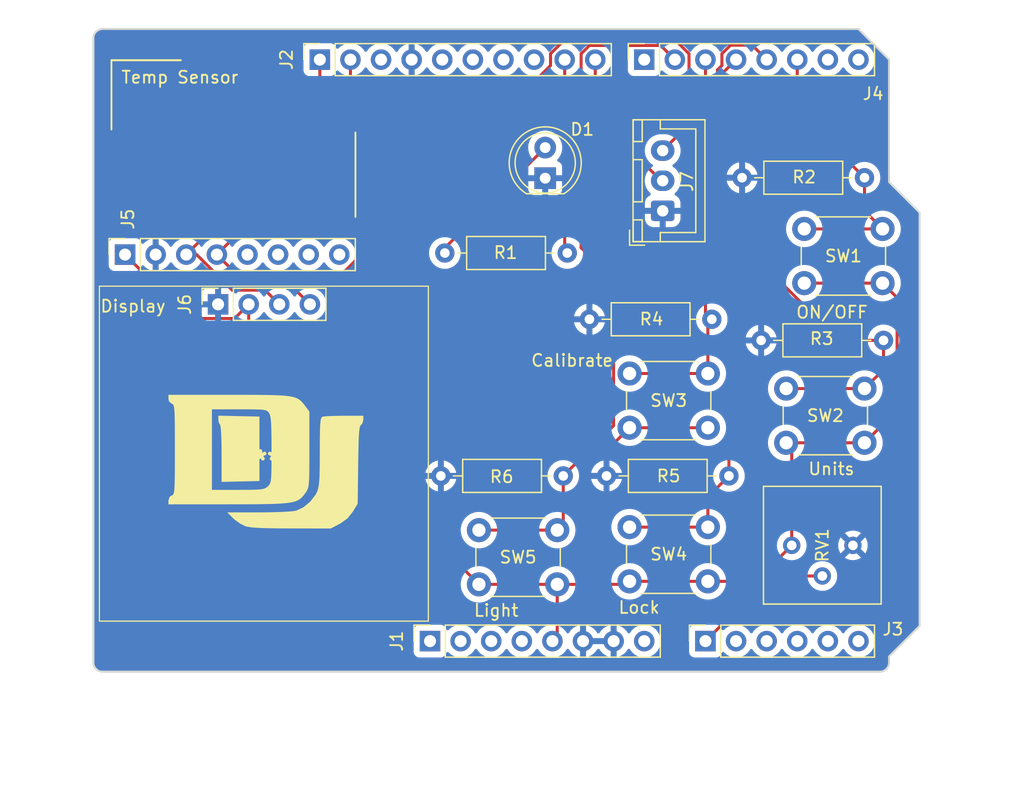
<source format=kicad_pcb>
(kicad_pcb (version 20240108) (generator "pcbnew") (generator_version "8.0")
  (title_block (title "Uno Shield ThermoPro") (date "2/3/2025") (rev "1.0") (company "Ala Assaf"))
  (layers (0 "F.Cu" signal) (31 "B.Cu" power) (34 "B.Paste" user) (35 "F.Paste" user) (36 "B.SilkS" user "B.Silkscreen") (37 "F.SilkS" user "F.Silkscreen") (38 "B.Mask" user) (39 "F.Mask" user) (44 "Edge.Cuts" user))
  (net 0 "")
  (net 1 "GND")
  (net 2 "+5V")
  (net 3 "/IOREF")
  (net 4 "/A1")
  (net 5 "/A2")
  (net 6 "/A3")
  (net 7 "/SDA{slash}A4")
  (net 8 "/SCL{slash}A5")
  (net 9 "/13")
  (net 10 "/12")
  (net 11 "/AREF")
  (net 12 "/temp_digital")
  (net 13 "/7")
  (net 14 "/*11")
  (net 15 "/*10")
  (net 16 "/TX{slash}1")
  (net 17 "/RX{slash}0")
  (net 18 "+3V3")
  (net 19 "VCC")
  (net 20 "/~{RESET}")
  (net 21 "/I2C_SCL")
  (net 22 "/I2C_SDA")
  (net 23 "/button_onoff")
  (net 24 "/button_lock")
  (net 25 "/button_light")
  (net 26 "/button_units")
  (net 27 "/button_cal")
  (net 28 "Net-(D1-A)")
  (net 29 "/led_light")
  (net 30 "/temp_sensor")
  (footprint "Connector_PinSocket_2.54mm:PinSocket_1x08_P2.54mm_Vertical" (layer "F.Cu") (at 127.94 97.46 90)
    (property "Reference" "J1" (at 0 -2.77 90) (layer "F.SilkS"))
    (property "Value" "Power")
    (fp_line (start 1.33 -1.33) (end 1.33 0) (stroke (width 0.12)) (layer "F.SilkS"))
    (fp_line (start 0 -1.33) (end 1.33 -1.33) (stroke (width 0.12)) (layer "F.SilkS"))
    (fp_line (start 1.33 1.27) (end 1.33 19.11) (stroke (width 0.12)) (layer "F.SilkS"))
    (fp_line (start -1.33 1.27) (end 1.33 1.27) (stroke (width 0.12)) (layer "F.SilkS"))
    (fp_line (start -1.33 1.27) (end -1.33 19.11) (stroke (width 0.12)) (layer "F.SilkS"))
    (fp_line (start -1.33 19.11) (end 1.33 19.11) (stroke (width 0.12)) (layer "F.SilkS"))
    (pad "1" thru_hole rect (at 0 0 90) (size 1.7 1.7) (drill 1) (layers "*.Cu" "*.Mask"))
    (pad "2" thru_hole oval (at 0 2.54 90) (size 1.7 1.7) (drill 1) (layers "*.Cu" "*.Mask") (net 3 "/IOREF"))
    (pad "3" thru_hole oval (at 0 5.08 90) (size 1.7 1.7) (drill 1) (layers "*.Cu" "*.Mask") (net 20 "/~{RESET}"))
    (pad "4" thru_hole oval (at 0 7.62 90) (size 1.7 1.7) (drill 1) (layers "*.Cu" "*.Mask") (net 18 "+3V3"))
    (pad "5" thru_hole oval (at 0 10.16 90) (size 1.7 1.7) (drill 1) (layers "*.Cu" "*.Mask") (net 2 "+5V"))
    (pad "6" thru_hole oval (at 0 12.7 90) (size 1.7 1.7) (drill 1) (layers "*.Cu" "*.Mask") (net 1 "GND"))
    (pad "7" thru_hole oval (at 0 15.24 90) (size 1.7 1.7) (drill 1) (layers "*.Cu" "*.Mask") (net 1 "GND"))
    (pad "8" thru_hole oval (at 0 17.78 90) (size 1.7 1.7) (drill 1) (layers "*.Cu" "*.Mask") (net 19 "VCC"))
  )
  (footprint "Connector_PinSocket_2.54mm:PinSocket_1x06_P2.54mm_Vertical" (layer "F.Cu") (at 150.8 97.46 90)
    (property "Reference" "J3" (at 0.98 15.56 180) (layer "F.SilkS"))
    (property "Value" "Analog")
    (fp_line (start 1.33 -1.33) (end 1.33 0) (stroke (width 0.12)) (layer "F.SilkS"))
    (fp_line (start 0 -1.33) (end 1.33 -1.33) (stroke (width 0.12)) (layer "F.SilkS"))
    (fp_line (start 1.33 1.27) (end 1.33 14.03) (stroke (width 0.12)) (layer "F.SilkS"))
    (fp_line (start -1.33 1.27) (end 1.33 1.27) (stroke (width 0.12)) (layer "F.SilkS"))
    (fp_line (start -1.33 1.27) (end -1.33 14.03) (stroke (width 0.12)) (layer "F.SilkS"))
    (fp_line (start -1.33 14.03) (end 1.33 14.03) (stroke (width 0.12)) (layer "F.SilkS"))
    (pad "1" thru_hole rect (at 0 0 90) (size 1.7 1.7) (drill 1) (layers "*.Cu" "*.Mask") (net 30 "/temp_sensor"))
    (pad "2" thru_hole oval (at 0 2.54 90) (size 1.7 1.7) (drill 1) (layers "*.Cu" "*.Mask") (net 4 "/A1"))
    (pad "3" thru_hole oval (at 0 5.08 90) (size 1.7 1.7) (drill 1) (layers "*.Cu" "*.Mask") (net 5 "/A2"))
    (pad "4" thru_hole oval (at 0 7.62 90) (size 1.7 1.7) (drill 1) (layers "*.Cu" "*.Mask") (net 6 "/A3"))
    (pad "5" thru_hole oval (at 0 10.16 90) (size 1.7 1.7) (drill 1) (layers "*.Cu" "*.Mask") (net 7 "/SDA{slash}A4"))
    (pad "6" thru_hole oval (at 0 12.7 90) (size 1.7 1.7) (drill 1) (layers "*.Cu" "*.Mask") (net 8 "/SCL{slash}A5"))
  )
  (footprint "Connector_PinSocket_2.54mm:PinSocket_1x10_P2.54mm_Vertical" (layer "F.Cu") (at 118.796 49.2 90)
    (property "Reference" "J2" (at 0 -2.77 90) (layer "F.SilkS"))
    (property "Value" "Digital/PWM")
    (fp_line (start 1.33 -1.33) (end 1.33 0) (stroke (width 0.12)) (layer "F.SilkS"))
    (fp_line (start 0 -1.33) (end 1.33 -1.33) (stroke (width 0.12)) (layer "F.SilkS"))
    (fp_line (start 1.33 1.27) (end 1.33 24.19) (stroke (width 0.12)) (layer "F.SilkS"))
    (fp_line (start -1.33 1.27) (end 1.33 1.27) (stroke (width 0.12)) (layer "F.SilkS"))
    (fp_line (start -1.33 1.27) (end -1.33 24.19) (stroke (width 0.12)) (layer "F.SilkS"))
    (fp_line (start -1.33 24.19) (end 1.33 24.19) (stroke (width 0.12)) (layer "F.SilkS"))
    (pad "1" thru_hole rect (at 0 0 90) (size 1.7 1.7) (drill 1) (layers "*.Cu" "*.Mask") (net 21 "/I2C_SCL"))
    (pad "2" thru_hole oval (at 0 2.54 90) (size 1.7 1.7) (drill 1) (layers "*.Cu" "*.Mask") (net 22 "/I2C_SDA"))
    (pad "3" thru_hole oval (at 0 5.08 90) (size 1.7 1.7) (drill 1) (layers "*.Cu" "*.Mask") (net 11 "/AREF"))
    (pad "4" thru_hole oval (at 0 7.62 90) (size 1.7 1.7) (drill 1) (layers "*.Cu" "*.Mask") (net 1 "GND"))
    (pad "5" thru_hole oval (at 0 10.16 90) (size 1.7 1.7) (drill 1) (layers "*.Cu" "*.Mask") (net 9 "/13"))
    (pad "6" thru_hole oval (at 0 12.7 90) (size 1.7 1.7) (drill 1) (layers "*.Cu" "*.Mask") (net 10 "/12"))
    (pad "7" thru_hole oval (at 0 15.24 90) (size 1.7 1.7) (drill 1) (layers "*.Cu" "*.Mask") (net 14 "/*11"))
    (pad "8" thru_hole oval (at 0 17.78 90) (size 1.7 1.7) (drill 1) (layers "*.Cu" "*.Mask") (net 15 "/*10"))
    (pad "9" thru_hole oval (at 0 20.32 90) (size 1.7 1.7) (drill 1) (layers "*.Cu" "*.Mask") (net 29 "/led_light"))
    (pad "10" thru_hole oval (at 0 22.86 90) (size 1.7 1.7) (drill 1) (layers "*.Cu" "*.Mask") (net 12 "/temp_digital"))
  )
  (footprint "Connector_PinSocket_2.54mm:PinSocket_1x08_P2.54mm_Vertical" (layer "F.Cu") (at 145.72 49.2 90)
    (property "Reference" "J4" (at -2.83 19 180) (layer "F.SilkS"))
    (property "Value" "Digital/PWM")
    (fp_line (start 1.33 -1.33) (end 1.33 0) (stroke (width 0.12)) (layer "F.SilkS"))
    (fp_line (start 0 -1.33) (end 1.33 -1.33) (stroke (width 0.12)) (layer "F.SilkS"))
    (fp_line (start 1.33 1.27) (end 1.33 19.11) (stroke (width 0.12)) (layer "F.SilkS"))
    (fp_line (start -1.33 1.27) (end 1.33 1.27) (stroke (width 0.12)) (layer "F.SilkS"))
    (fp_line (start -1.33 1.27) (end -1.33 19.11) (stroke (width 0.12)) (layer "F.SilkS"))
    (fp_line (start -1.33 19.11) (end 1.33 19.11) (stroke (width 0.12)) (layer "F.SilkS"))
    (pad "1" thru_hole rect (at 0 0 90) (size 1.7 1.7) (drill 1) (layers "*.Cu" "*.Mask") (net 13 "/7"))
    (pad "2" thru_hole oval (at 0 2.54 90) (size 1.7 1.7) (drill 1) (layers "*.Cu" "*.Mask") (net 25 "/button_light"))
    (pad "3" thru_hole oval (at 0 5.08 90) (size 1.7 1.7) (drill 1) (layers "*.Cu" "*.Mask") (net 27 "/button_cal"))
    (pad "4" thru_hole oval (at 0 7.62 90) (size 1.7 1.7) (drill 1) (layers "*.Cu" "*.Mask") (net 26 "/button_units"))
    (pad "5" thru_hole oval (at 0 10.16 90) (size 1.7 1.7) (drill 1) (layers "*.Cu" "*.Mask") (net 24 "/button_lock"))
    (pad "6" thru_hole oval (at 0 12.7 90) (size 1.7 1.7) (drill 1) (layers "*.Cu" "*.Mask") (net 23 "/button_onoff"))
    (pad "7" thru_hole oval (at 0 15.24 90) (size 1.7 1.7) (drill 1) (layers "*.Cu" "*.Mask") (net 16 "/TX{slash}1"))
    (pad "8" thru_hole oval (at 0 17.78 90) (size 1.7 1.7) (drill 1) (layers "*.Cu" "*.Mask") (net 17 "/RX{slash}0"))
  )
  (footprint "Button_Switch_THT:SW_PUSH_6mm" (layer "F.Cu") (at 144.5 88)
    (property "Reference" "SW4" (at 3.25 2.25 0) (layer "F.SilkS"))
    (property "Value" "SW_SPST")
    (fp_line (start -0.25 1.5) (end -0.25 3) (stroke (width 0.12)) (layer "F.SilkS"))
    (fp_line (start 1 5.5) (end 5.5 5.5) (stroke (width 0.12)) (layer "F.SilkS"))
    (fp_line (start 5.5 -1) (end 1 -1) (stroke (width 0.12)) (layer "F.SilkS"))
    (fp_line (start 6.75 3) (end 6.75 1.5) (stroke (width 0.12)) (layer "F.SilkS"))
    (pad "1" thru_hole circle (at 0 0 90) (size 2 2) (drill 1.1) (layers "*.Cu" "*.Mask") (net 24 "/button_lock"))
    (pad "1" thru_hole circle (at 6.5 0 90) (size 2 2) (drill 1.1) (layers "*.Cu" "*.Mask") (net 24 "/button_lock"))
    (pad "2" thru_hole circle (at 0 4.5 90) (size 2 2) (drill 1.1) (layers "*.Cu" "*.Mask") (net 2 "+5V"))
    (pad "2" thru_hole circle (at 6.5 4.5 90) (size 2 2) (drill 1.1) (layers "*.Cu" "*.Mask") (net 2 "+5V"))
  )
  (footprint "LED_THT:LED_D5.0mm" (layer "F.Cu") (at 137.5 59.04 90)
    (property "Reference" "D1" (at 4.05 3.07 180) (layer "F.SilkS"))
    (property "Value" "LED")
    (fp_line (start -1.29 -1.545) (end -1.29 1.545) (stroke (width 0.12)) (layer "F.SilkS"))
    (fp_arc (start -1.29 -1.54483) (mid 2.072002 -2.880433) (end 4.26 0.000462) (stroke (width 0.12)) (layer "F.SilkS"))
    (fp_arc (start 4.26 -0.000462) (mid 2.072002 2.880433) (end -1.29 1.54483) (stroke (width 0.12)) (layer "F.SilkS"))
    (fp_circle (center 1.27 0) (end 3.77 0) (stroke (width 0.12)) (fill none) (layer "F.SilkS"))
    (pad "1" thru_hole rect (at 0 0 90) (size 1.8 1.8) (drill 0.9) (layers "*.Cu" "*.Mask") (net 1 "GND"))
    (pad "2" thru_hole circle (at 2.54 0 90) (size 1.8 1.8) (drill 0.9) (layers "*.Cu" "*.Mask") (net 28 "Net-(D1-A)"))
  )
  (footprint "Button_Switch_THT:SW_PUSH_6mm" (layer "F.Cu") (at 132 88.25)
    (property "Reference" "SW5" (at 3.25 2.25 0) (layer "F.SilkS"))
    (property "Value" "SW_SPST")
    (fp_line (start -0.25 1.5) (end -0.25 3) (stroke (width 0.12)) (layer "F.SilkS"))
    (fp_line (start 1 5.5) (end 5.5 5.5) (stroke (width 0.12)) (layer "F.SilkS"))
    (fp_line (start 5.5 -1) (end 1 -1) (stroke (width 0.12)) (layer "F.SilkS"))
    (fp_line (start 6.75 3) (end 6.75 1.5) (stroke (width 0.12)) (layer "F.SilkS"))
    (pad "1" thru_hole circle (at 0 0 90) (size 2 2) (drill 1.1) (layers "*.Cu" "*.Mask") (net 25 "/button_light"))
    (pad "1" thru_hole circle (at 6.5 0 90) (size 2 2) (drill 1.1) (layers "*.Cu" "*.Mask") (net 25 "/button_light"))
    (pad "2" thru_hole circle (at 0 4.5 90) (size 2 2) (drill 1.1) (layers "*.Cu" "*.Mask") (net 2 "+5V"))
    (pad "2" thru_hole circle (at 6.5 4.5 90) (size 2 2) (drill 1.1) (layers "*.Cu" "*.Mask") (net 2 "+5V"))
  )
  (footprint "Button_Switch_THT:SW_PUSH_6mm" (layer "F.Cu") (at 157.5 76.5)
    (property "Reference" "SW2" (at 3.25 2.25 0) (layer "F.SilkS"))
    (property "Value" "SW_SPST")
    (fp_line (start -0.25 1.5) (end -0.25 3) (stroke (width 0.12)) (layer "F.SilkS"))
    (fp_line (start 1 5.5) (end 5.5 5.5) (stroke (width 0.12)) (layer "F.SilkS"))
    (fp_line (start 5.5 -1) (end 1 -1) (stroke (width 0.12)) (layer "F.SilkS"))
    (fp_line (start 6.75 3) (end 6.75 1.5) (stroke (width 0.12)) (layer "F.SilkS"))
    (pad "1" thru_hole circle (at 0 0 90) (size 2 2) (drill 1.1) (layers "*.Cu" "*.Mask") (net 26 "/button_units"))
    (pad "1" thru_hole circle (at 6.5 0 90) (size 2 2) (drill 1.1) (layers "*.Cu" "*.Mask") (net 26 "/button_units"))
    (pad "2" thru_hole circle (at 0 4.5 90) (size 2 2) (drill 1.1) (layers "*.Cu" "*.Mask") (net 2 "+5V"))
    (pad "2" thru_hole circle (at 6.5 4.5 90) (size 2 2) (drill 1.1) (layers "*.Cu" "*.Mask") (net 2 "+5V"))
  )
  (footprint "Resistor_THT:R_Axial_DIN0207_L6.3mm_D2.5mm_P10.16mm_Horizontal" (layer "F.Cu") (at 151.33 70.75 180)
    (property "Reference" "R4" (at 5.01 0.01 360) (layer "F.SilkS"))
    (property "Value" "100k")
    (fp_line (start 9.12 0) (end 8.35 0) (stroke (width 0.12)) (layer "F.SilkS"))
    (fp_line (start 8.35 1.37) (end 8.35 -1.37) (stroke (width 0.12)) (layer "F.SilkS"))
    (fp_line (start 8.35 -1.37) (end 1.81 -1.37) (stroke (width 0.12)) (layer "F.SilkS"))
    (fp_line (start 1.81 1.37) (end 8.35 1.37) (stroke (width 0.12)) (layer "F.SilkS"))
    (fp_line (start 1.81 -1.37) (end 1.81 1.37) (stroke (width 0.12)) (layer "F.SilkS"))
    (fp_line (start 1.04 0) (end 1.81 0) (stroke (width 0.12)) (layer "F.SilkS"))
    (pad "1" thru_hole circle (at 0 0 180) (size 1.6 1.6) (drill 0.8) (layers "*.Cu" "*.Mask") (net 27 "/button_cal"))
    (pad "2" thru_hole oval (at 10.16 0 180) (size 1.6 1.6) (drill 0.8) (layers "*.Cu" "*.Mask") (net 1 "GND"))
  )
  (footprint "Resistor_THT:R_Axial_DIN0207_L6.3mm_D2.5mm_P10.16mm_Horizontal" (layer "F.Cu") (at 139.33 65.25 180)
    (property "Reference" "R1" (at 5.12 0.03 360) (layer "F.SilkS"))
    (property "Value" "1k")
    (fp_line (start 9.12 0) (end 8.35 0) (stroke (width 0.12)) (layer "F.SilkS"))
    (fp_line (start 8.35 1.37) (end 8.35 -1.37) (stroke (width 0.12)) (layer "F.SilkS"))
    (fp_line (start 8.35 -1.37) (end 1.81 -1.37) (stroke (width 0.12)) (layer "F.SilkS"))
    (fp_line (start 1.81 1.37) (end 8.35 1.37) (stroke (width 0.12)) (layer "F.SilkS"))
    (fp_line (start 1.81 -1.37) (end 1.81 1.37) (stroke (width 0.12)) (layer "F.SilkS"))
    (fp_line (start 1.04 0) (end 1.81 0) (stroke (width 0.12)) (layer "F.SilkS"))
    (pad "1" thru_hole circle (at 0 0 180) (size 1.6 1.6) (drill 0.8) (layers "*.Cu" "*.Mask") (net 29 "/led_light"))
    (pad "2" thru_hole oval (at 10.16 0 180) (size 1.6 1.6) (drill 0.8) (layers "*.Cu" "*.Mask") (net 28 "Net-(D1-A)"))
  )
  (footprint "Button_Switch_THT:SW_PUSH_6mm" (layer "F.Cu") (at 144.5 75.25)
    (property "Reference" "SW3" (at 3.25 2.25 0) (layer "F.SilkS"))
    (property "Value" "SW_SPST")
    (fp_line (start -0.25 1.5) (end -0.25 3) (stroke (width 0.12)) (layer "F.SilkS"))
    (fp_line (start 1 5.5) (end 5.5 5.5) (stroke (width 0.12)) (layer "F.SilkS"))
    (fp_line (start 5.5 -1) (end 1 -1) (stroke (width 0.12)) (layer "F.SilkS"))
    (fp_line (start 6.75 3) (end 6.75 1.5) (stroke (width 0.12)) (layer "F.SilkS"))
    (pad "1" thru_hole circle (at 0 0 90) (size 2 2) (drill 1.1) (layers "*.Cu" "*.Mask") (net 27 "/button_cal"))
    (pad "1" thru_hole circle (at 6.5 0 90) (size 2 2) (drill 1.1) (layers "*.Cu" "*.Mask") (net 27 "/button_cal"))
    (pad "2" thru_hole circle (at 0 4.5 90) (size 2 2) (drill 1.1) (layers "*.Cu" "*.Mask") (net 2 "+5V"))
    (pad "2" thru_hole circle (at 6.5 4.5 90) (size 2 2) (drill 1.1) (layers "*.Cu" "*.Mask") (net 2 "+5V"))
  )
  (footprint "Connector_PinSocket_2.54mm:PinSocket_1x04_P2.54mm_Vertical" (layer "F.Cu") (at 110.35 69.51 90)
    (property "Reference" "J6" (at 0 -2.77 90) (layer "F.SilkS"))
    (property "Value" "CONN_DISPLAY")
    (fp_line (start 1.33 -1.33) (end 1.33 0) (stroke (width 0.12)) (layer "F.SilkS"))
    (fp_line (start 0 -1.33) (end 1.33 -1.33) (stroke (width 0.12)) (layer "F.SilkS"))
    (fp_line (start 1.33 1.27) (end 1.33 8.95) (stroke (width 0.12)) (layer "F.SilkS"))
    (fp_line (start -1.33 1.27) (end 1.33 1.27) (stroke (width 0.12)) (layer "F.SilkS"))
    (fp_line (start -1.33 1.27) (end -1.33 8.95) (stroke (width 0.12)) (layer "F.SilkS"))
    (fp_line (start -1.33 8.95) (end 1.33 8.95) (stroke (width 0.12)) (layer "F.SilkS"))
    (pad "1" thru_hole rect (at 0 0 90) (size 1.7 1.7) (drill 1) (layers "*.Cu" "*.Mask") (net 1 "GND"))
    (pad "2" thru_hole oval (at 0 2.54 90) (size 1.7 1.7) (drill 1) (layers "*.Cu" "*.Mask") (net 2 "+5V"))
    (pad "3" thru_hole oval (at 0 5.08 90) (size 1.7 1.7) (drill 1) (layers "*.Cu" "*.Mask") (net 21 "/I2C_SCL"))
    (pad "4" thru_hole oval (at 0 7.62 90) (size 1.7 1.7) (drill 1) (layers "*.Cu" "*.Mask") (net 22 "/I2C_SDA"))
  )
  (footprint "Button_Switch_THT:SW_PUSH_6mm" (layer "F.Cu") (at 159 63.25)
    (property "Reference" "SW1" (at 3.25 2.25 0) (layer "F.SilkS"))
    (property "Value" "SW_SPST")
    (fp_line (start -0.25 1.5) (end -0.25 3) (stroke (width 0.12)) (layer "F.SilkS"))
    (fp_line (start 1 5.5) (end 5.5 5.5) (stroke (width 0.12)) (layer "F.SilkS"))
    (fp_line (start 5.5 -1) (end 1 -1) (stroke (width 0.12)) (layer "F.SilkS"))
    (fp_line (start 6.75 3) (end 6.75 1.5) (stroke (width 0.12)) (layer "F.SilkS"))
    (pad "1" thru_hole circle (at 0 0 90) (size 2 2) (drill 1.1) (layers "*.Cu" "*.Mask") (net 23 "/button_onoff"))
    (pad "1" thru_hole circle (at 6.5 0 90) (size 2 2) (drill 1.1) (layers "*.Cu" "*.Mask") (net 23 "/button_onoff"))
    (pad "2" thru_hole circle (at 0 4.5 90) (size 2 2) (drill 1.1) (layers "*.Cu" "*.Mask") (net 2 "+5V"))
    (pad "2" thru_hole circle (at 6.5 4.5 90) (size 2 2) (drill 1.1) (layers "*.Cu" "*.Mask") (net 2 "+5V"))
  )
  (footprint "Resistor_THT:R_Axial_DIN0207_L6.3mm_D2.5mm_P10.16mm_Horizontal" (layer "F.Cu") (at 152.75 83.75 180)
    (property "Reference" "R5" (at 5.01 -0.01 360) (layer "F.SilkS"))
    (property "Value" "100k")
    (fp_line (start 9.12 0) (end 8.35 0) (stroke (width 0.12)) (layer "F.SilkS"))
    (fp_line (start 8.35 1.37) (end 8.35 -1.37) (stroke (width 0.12)) (layer "F.SilkS"))
    (fp_line (start 8.35 -1.37) (end 1.81 -1.37) (stroke (width 0.12)) (layer "F.SilkS"))
    (fp_line (start 1.81 1.37) (end 8.35 1.37) (stroke (width 0.12)) (layer "F.SilkS"))
    (fp_line (start 1.81 -1.37) (end 1.81 1.37) (stroke (width 0.12)) (layer "F.SilkS"))
    (fp_line (start 1.04 0) (end 1.81 0) (stroke (width 0.12)) (layer "F.SilkS"))
    (pad "1" thru_hole circle (at 0 0 180) (size 1.6 1.6) (drill 0.8) (layers "*.Cu" "*.Mask") (net 24 "/button_lock"))
    (pad "2" thru_hole oval (at 10.16 0 180) (size 1.6 1.6) (drill 0.8) (layers "*.Cu" "*.Mask") (net 1 "GND"))
  )
  (footprint "Connector_JST:JST_XH_B3B-XH-A_1x03_P2.50mm_Vertical" (layer "F.Cu") (at 147.25 61.75 90)
    (property "Reference" "J7" (at 2.44 2.01 90) (layer "F.SilkS"))
    (property "Value" "CONN_TEMP")
    (fp_line (start -1.6 -2.75) (end -2.85 -2.75) (stroke (width 0.12)) (layer "F.SilkS"))
    (fp_line (start -2.85 -2.75) (end -2.85 -1.5) (stroke (width 0.12)) (layer "F.SilkS"))
    (fp_line (start 7.56 -2.46) (end -2.56 -2.46) (stroke (width 0.12)) (layer "F.SilkS"))
    (fp_line (start -2.56 -2.46) (end -2.56 3.51) (stroke (width 0.12)) (layer "F.SilkS"))
    (fp_line (start 7.55 -2.45) (end 5.75 -2.45) (stroke (width 0.12)) (layer "F.SilkS"))
    (fp_line (start 5.75 -2.45) (end 5.75 -1.7) (stroke (width 0.12)) (layer "F.SilkS"))
    (fp_line (start 4.25 -2.45) (end 0.75 -2.45) (stroke (width 0.12)) (layer "F.SilkS"))
    (fp_line (start 0.75 -2.45) (end 0.75 -1.7) (stroke (width 0.12)) (layer "F.SilkS"))
    (fp_line (start -0.75 -2.45) (end -2.55 -2.45) (stroke (width 0.12)) (layer "F.SilkS"))
    (fp_line (start -2.55 -2.45) (end -2.55 -1.7) (stroke (width 0.12)) (layer "F.SilkS"))
    (fp_line (start 7.55 -1.7) (end 7.55 -2.45) (stroke (width 0.12)) (layer "F.SilkS"))
    (fp_line (start 5.75 -1.7) (end 7.55 -1.7) (stroke (width 0.12)) (layer "F.SilkS"))
    (fp_line (start 4.25 -1.7) (end 4.25 -2.45) (stroke (width 0.12)) (layer "F.SilkS"))
    (fp_line (start 0.75 -1.7) (end 4.25 -1.7) (stroke (width 0.12)) (layer "F.SilkS"))
    (fp_line (start -0.75 -1.7) (end -0.75 -2.45) (stroke (width 0.12)) (layer "F.SilkS"))
    (fp_line (start -2.55 -1.7) (end -0.75 -1.7) (stroke (width 0.12)) (layer "F.SilkS"))
    (fp_line (start 7.55 -0.2) (end 6.8 -0.2) (stroke (width 0.12)) (layer "F.SilkS"))
    (fp_line (start 6.8 -0.2) (end 6.8 2.75) (stroke (width 0.12)) (layer "F.SilkS"))
    (fp_line (start -1.8 -0.2) (end -1.8 2.75) (stroke (width 0.12)) (layer "F.SilkS"))
    (fp_line (start -2.55 -0.2) (end -1.8 -0.2) (stroke (width 0.12)) (layer "F.SilkS"))
    (fp_line (start 6.8 2.75) (end 2.5 2.75) (stroke (width 0.12)) (layer "F.SilkS"))
    (fp_line (start -1.8 2.75) (end 2.5 2.75) (stroke (width 0.12)) (layer "F.SilkS"))
    (fp_line (start 7.56 3.51) (end 7.56 -2.46) (stroke (width 0.12)) (layer "F.SilkS"))
    (fp_line (start -2.56 3.51) (end 7.56 3.51) (stroke (width 0.12)) (layer "F.SilkS"))
    (pad "1" thru_hole roundrect (at 0 0 90) (size 1.7 1.95) (drill 0.95) (layers "*.Cu" "*.Mask") (roundrect_rratio 0.147059) (net 1 "GND"))
    (pad "2" thru_hole oval (at 2.5 0 90) (size 1.7 1.95) (drill 0.95) (layers "*.Cu" "*.Mask") (net 12 "/temp_digital"))
    (pad "3" thru_hole oval (at 5 0 90) (size 1.7 1.95) (drill 0.95) (layers "*.Cu" "*.Mask") (net 2 "+5V"))
  )
  (footprint "Resistor_THT:R_Axial_DIN0207_L6.3mm_D2.5mm_P10.16mm_Horizontal" (layer "F.Cu") (at 164 59 180)
    (property "Reference" "R2" (at 5.01 0.05 360) (layer "F.SilkS"))
    (property "Value" "100k")
    (fp_line (start 9.12 0) (end 8.35 0) (stroke (width 0.12)) (layer "F.SilkS"))
    (fp_line (start 8.35 1.37) (end 8.35 -1.37) (stroke (width 0.12)) (layer "F.SilkS"))
    (fp_line (start 8.35 -1.37) (end 1.81 -1.37) (stroke (width 0.12)) (layer "F.SilkS"))
    (fp_line (start 1.81 1.37) (end 8.35 1.37) (stroke (width 0.12)) (layer "F.SilkS"))
    (fp_line (start 1.81 -1.37) (end 1.81 1.37) (stroke (width 0.12)) (layer "F.SilkS"))
    (fp_line (start 1.04 0) (end 1.81 0) (stroke (width 0.12)) (layer "F.SilkS"))
    (pad "1" thru_hole circle (at 0 0 180) (size 1.6 1.6) (drill 0.8) (layers "*.Cu" "*.Mask") (net 23 "/button_onoff"))
    (pad "2" thru_hole oval (at 10.16 0 180) (size 1.6 1.6) (drill 0.8) (layers "*.Cu" "*.Mask") (net 1 "GND"))
  )
  (footprint "LOGO" (layer "F.Cu") (at 114.25 82.5)
    (property "Reference" "G***" (at 0 0 0) (layer "F.SilkS") (effects (font (size 1.5 1.5) (thickness 0.3))))
    (property "Value" "LOGO" (hide yes))
    (fp_poly (pts (xy -2.172368 -3.713731) (xy -0.467895 -3.676316) (xy -0.467895 -1.002631) (xy -0.467895 1.671053) (xy -2.038684 1.708716) (xy -3.609474 1.74638) (xy -3.609474 -0.589447) (xy -3.616997 -1.457205) (xy -3.638488 -2.160601) (xy -3.672325 -2.670314) (xy -3.716887 -2.957024) (xy -3.743158 -3.007895) (xy -3.84617 -3.191937) (xy -3.876842 -3.420831) (xy -3.876842 -3.751146)) (fill solid) (layer "F.SilkS"))
    (fp_poly (pts (xy 8.154737 -3.41559) (xy 8.082759 -3.120907) (xy 7.961175 -2.979699) (xy 7.898103 -2.90207) (xy 7.848232 -2.728171) (xy 7.809474 -2.428347) (xy 7.779745 -1.972943) (xy 7.756959 -1.332304) (xy 7.739029 -0.476775) (xy 7.727227 0.346568) (xy 7.686842 3.564513) (xy 7.283726 4.216082) (xy 6.857617 4.759333) (xy 6.302386 5.166672) (xy 6.165565 5.241194) (xy 5.450521 5.614737) (xy 2.157103 5.608869) (xy 1.015453 5.602497) (xy 0.112208 5.586938) (xy -0.581484 5.560733) (xy -1.094474 5.522426) (xy -1.455616 5.470559) (xy -1.66116 5.416007) (xy -2.083669 5.200709) (xy -2.521683 4.881955) (xy -2.661564 4.753454) (xy -3.137123 4.277895) (xy -0.532509 4.277149) (xy 0.311508 4.269783) (xy 1.095897 4.249736) (xy 1.768947 4.219354) (xy 2.278951 4.180981) (xy 2.574198 4.13696) (xy 2.577075 4.136172) (xy 3.177939 3.854506) (xy 3.743819 3.388688) (xy 4.187017 2.816688) (xy 4.295945 2.607989) (xy 4.379042 2.393858) (xy 4.441273 2.140759) (xy 4.485583 1.80851) (xy 4.514915 1.356928) (xy 4.532216 0.745828) (xy 4.540428 -0.064972) (xy 4.542327 -0.754381) (xy 4.545529 -1.706314) (xy 4.554525 -2.424178) (xy 4.571769 -2.941249) (xy 4.599716 -3.290806) (xy 4.640819 -3.506127) (xy 4.697532 -3.620489) (xy 4.756723 -3.662013) (xy 4.968455 -3.693875) (xy 5.386123 -3.719858) (xy 5.948311 -3.737201) (xy 6.56146 -3.743158) (xy 8.154737 -3.743158)) (fill solid) (layer "F.SilkS"))
    (fp_poly (pts (xy -1.622863 -5.480355) (xy -0.491643 -5.475684) (xy 0.425757 -5.463178) (xy 1.156109 -5.438972) (xy 1.726189 -5.399203) (xy 2.16277 -5.340005) (xy 2.492625 -5.257516) (xy 2.74253 -5.147871) (xy 2.939257 -5.007206) (xy 3.10958 -4.831658) (xy 3.280274 -4.617362) (xy 3.31623 -4.570277) (xy 3.676316 -4.098181) (xy 3.676316 -0.946196) (xy 3.675604 0.051612) (xy 3.671304 0.81847) (xy 3.660172 1.390798) (xy 3.638961 1.805015) (xy 3.604426 2.097539) (xy 3.553322 2.304789) (xy 3.482404 2.463186) (xy 3.388426 2.609146) (xy 3.355331 2.655841) (xy 3.183797 2.885612) (xy 3.010033 3.074906) (xy 2.807557 3.227659) (xy 2.549886 3.347807) (xy 2.210535 3.439286) (xy 1.763022 3.506031) (xy 1.180863 3.55198) (xy 0.437575 3.581068) (xy -0.493324 3.597231) (xy -1.63832 3.604406) (xy -3.023893 3.606527) (xy -3.041316 3.606538) (xy -8.021053 3.609474) (xy -8.021053 3.284272) (xy -7.918282 2.978376) (xy -7.753684 2.874211) (xy -7.675129 2.839906) (xy -7.61368 2.772803) (xy -7.567241 2.643008) (xy -7.533713 2.420627) (xy -7.510999 2.075766) (xy -7.497 1.578533) (xy -7.48962 0.899034) (xy -7.48676 0.007375) (xy -7.486316 -0.935789) (xy -4.411579 -0.935789) (xy -4.411579 2.406316) (xy -2.247827 2.406316) (xy -1.436384 2.404253) (xy -0.848095 2.394602) (xy -0.438759 2.372168) (xy -0.164171 2.331754) (xy 0.019871 2.268166) (xy 0.15757 2.176209) (xy 0.225331 2.115644) (xy 0.32912 2.010034) (xy 0.406646 1.890159) (xy 0.461739 1.718332) (xy 0.498227 1.456866) (xy 0.519941 1.068075) (xy 0.53071 0.514273) (xy 0.534363 -0.242227) (xy 0.534737 -0.929347) (xy 0.531569 -1.892231) (xy 0.520439 -2.623556) (xy 0.498909 -3.159075) (xy 0.464541 -3.53454) (xy 0.414895 -3.785706) (xy 0.347535 -3.948323) (xy 0.32663 -3.980781) (xy 0.239521 -4.089313) (xy 0.126343 -4.167591) (xy -0.053976 -4.220551) (xy -0.342508 -4.253126) (xy -0.780325 -4.270251) (xy -1.408501 -4.27686) (xy -2.146528 -4.277895) (xy -4.411579 -4.277895) (xy -4.411579 -0.935789) (xy -7.486316 -0.935789) (xy -7.486988 -2.030486) (xy -7.490405 -2.887709) (xy -7.498663 -3.537351) (xy -7.51386 -4.009306) (xy -7.538095 -4.333467) (xy -7.573464 -4.539728) (xy -7.622067 -4.657981) (xy -7.685999 -4.718122) (xy -7.753684 -4.745789) (xy -7.978363 -4.9421) (xy -8.021053 -5.155851) (xy -8.021053 -5.481053) (xy -2.994677 -5.481053)) (fill solid) (layer "F.SilkS"))
  )
  (footprint "Potentiometer_THT:Potentiometer_Bourns_3386P_Vertical" (layer "F.Cu") (at 157.96 89.515 -90)
    (property "Reference" "RV1" (at -0.015 -2.54 90) (layer "F.SilkS"))
    (property "Value" "10k")
    (fp_line (start -4.9 2.345) (end 4.87 2.345) (stroke (width 0.12)) (layer "F.SilkS"))
    (fp_line (start -4.9 -7.425) (end -4.9 2.345) (stroke (width 0.12)) (layer "F.SilkS"))
    (fp_line (start -4.9 -7.425) (end 4.87 -7.425) (stroke (width 0.12)) (layer "F.SilkS"))
    (fp_line (start 4.87 -7.425) (end 4.87 2.345) (stroke (width 0.12)) (layer "F.SilkS"))
    (pad "1" thru_hole circle (at 0 0 270) (size 1.44 1.44) (drill 0.8) (layers "*.Cu" "*.Mask") (net 2 "+5V"))
    (pad "2" thru_hole circle (at 2.54 -2.54 270) (size 1.44 1.44) (drill 0.8) (layers "*.Cu" "*.Mask") (net 30 "/temp_sensor"))
    (pad "3" thru_hole circle (at 0 -5.08 270) (size 1.44 1.44) (drill 0.8) (layers "*.Cu" "*.Mask") (net 1 "GND"))
  )
  (footprint "Connector_PinSocket_2.54mm:PinSocket_1x08_P2.54mm_Vertical" (layer "F.Cu") (at 102.63 65.38 90)
    (property "Reference" "J5" (at 2.94 0.23 90) (layer "F.SilkS"))
    (property "Value" "CONN_GYRO")
    (fp_line (start 1.33 -1.33) (end 1.33 0) (stroke (width 0.12)) (layer "F.SilkS"))
    (fp_line (start 0 -1.33) (end 1.33 -1.33) (stroke (width 0.12)) (layer "F.SilkS"))
    (fp_line (start 1.33 1.27) (end 1.33 19.11) (stroke (width 0.12)) (layer "F.SilkS"))
    (fp_line (start -1.33 1.27) (end 1.33 1.27) (stroke (width 0.12)) (layer "F.SilkS"))
    (fp_line (start -1.33 1.27) (end -1.33 19.11) (stroke (width 0.12)) (layer "F.SilkS"))
    (fp_line (start -1.33 19.11) (end 1.33 19.11) (stroke (width 0.12)) (layer "F.SilkS"))
    (pad "1" thru_hole rect (at 0 0 90) (size 1.7 1.7) (drill 1) (layers "*.Cu" "*.Mask") (net 2 "+5V"))
    (pad "2" thru_hole oval (at 0 2.54 90) (size 1.7 1.7) (drill 1) (layers "*.Cu" "*.Mask") (net 1 "GND"))
    (pad "3" thru_hole oval (at 0 5.08 90) (size 1.7 1.7) (drill 1) (layers "*.Cu" "*.Mask") (net 21 "/I2C_SCL"))
    (pad "4" thru_hole oval (at 0 7.62 90) (size 1.7 1.7) (drill 1) (layers "*.Cu" "*.Mask") (net 22 "/I2C_SDA"))
    (pad "5" thru_hole oval (at 0 10.16 90) (size 1.7 1.7) (drill 1) (layers "*.Cu" "*.Mask"))
    (pad "6" thru_hole oval (at 0 12.7 90) (size 1.7 1.7) (drill 1) (layers "*.Cu" "*.Mask"))
    (pad "7" thru_hole oval (at 0 15.24 90) (size 1.7 1.7) (drill 1) (layers "*.Cu" "*.Mask"))
    (pad "8" thru_hole oval (at 0 17.78 90) (size 1.7 1.7) (drill 1) (layers "*.Cu" "*.Mask"))
  )
  (footprint "Resistor_THT:R_Axial_DIN0207_L6.3mm_D2.5mm_P10.16mm_Horizontal" (layer "F.Cu") (at 139 83.75 180)
    (property "Reference" "R6" (at 5.11 -0.07 360) (layer "F.SilkS"))
    (property "Value" "100k")
    (fp_line (start 9.12 0) (end 8.35 0) (stroke (width 0.12)) (layer "F.SilkS"))
    (fp_line (start 8.35 1.37) (end 8.35 -1.37) (stroke (width 0.12)) (layer "F.SilkS"))
    (fp_line (start 8.35 -1.37) (end 1.81 -1.37) (stroke (width 0.12)) (layer "F.SilkS"))
    (fp_line (start 1.81 1.37) (end 8.35 1.37) (stroke (width 0.12)) (layer "F.SilkS"))
    (fp_line (start 1.81 -1.37) (end 1.81 1.37) (stroke (width 0.12)) (layer "F.SilkS"))
    (fp_line (start 1.04 0) (end 1.81 0) (stroke (width 0.12)) (layer "F.SilkS"))
    (pad "1" thru_hole circle (at 0 0 180) (size 1.6 1.6) (drill 0.8) (layers "*.Cu" "*.Mask") (net 25 "/button_light"))
    (pad "2" thru_hole oval (at 10.16 0 180) (size 1.6 1.6) (drill 0.8) (layers "*.Cu" "*.Mask") (net 1 "GND"))
  )
  (footprint "Resistor_THT:R_Axial_DIN0207_L6.3mm_D2.5mm_P10.16mm_Horizontal" (layer "F.Cu") (at 165.58 72.5 180)
    (property "Reference" "R3" (at 5.13 0.14 360) (layer "F.SilkS"))
    (property "Value" "100k")
    (fp_line (start 9.12 0) (end 8.35 0) (stroke (width 0.12)) (layer "F.SilkS"))
    (fp_line (start 8.35 1.37) (end 8.35 -1.37) (stroke (width 0.12)) (layer "F.SilkS"))
    (fp_line (start 8.35 -1.37) (end 1.81 -1.37) (stroke (width 0.12)) (layer "F.SilkS"))
    (fp_line (start 1.81 1.37) (end 8.35 1.37) (stroke (width 0.12)) (layer "F.SilkS"))
    (fp_line (start 1.81 -1.37) (end 1.81 1.37) (stroke (width 0.12)) (layer "F.SilkS"))
    (fp_line (start 1.04 0) (end 1.81 0) (stroke (width 0.12)) (layer "F.SilkS"))
    (pad "1" thru_hole circle (at 0 0 180) (size 1.6 1.6) (drill 0.8) (layers "*.Cu" "*.Mask") (net 26 "/button_units"))
    (pad "2" thru_hole oval (at 10.16 0 180) (size 1.6 1.6) (drill 0.8) (layers "*.Cu" "*.Mask") (net 1 "GND"))
  )
  (gr_line (start 121.75 62.25) (end 121.75 55.25) (stroke (width 0.15)) (layer "F.SilkS"))
  (gr_line (start 107.25 49.25) (end 101.5 49.25) (stroke (width 0.15)) (layer "F.SilkS"))
  (gr_line (start 101.5 49.25) (end 101.5 55) (stroke (width 0.15)) (layer "F.SilkS"))
  (gr_line (start 101.5 49.25) (end 107.25 49.25) (stroke (width 0.15)) (layer "F.SilkS"))
  (gr_rect (start 100.5 95.8) (end 127.8 68) (stroke (width 0.1)) (fill none) (layer "F.SilkS"))
  (gr_line (start 166.04 59.36) (end 168.58 61.9) (stroke (width 0.15)) (layer "Edge.Cuts"))
  (gr_line (start 100 99.238) (end 100 47.422) (stroke (width 0.15)) (layer "Edge.Cuts"))
  (gr_line (start 168.58 61.9) (end 168.58 96.19) (stroke (width 0.15)) (layer "Edge.Cuts"))
  (gr_line (start 165.278 100) (end 100.762 100) (stroke (width 0.15)) (layer "Edge.Cuts"))
  (gr_line (start 100.762 46.66) (end 163.5 46.66) (stroke (width 0.15)) (layer "Edge.Cuts"))
  (gr_arc (start 100.762 100) (mid 100.223185 99.776815) (end 100 99.238) (stroke (width 0.15)) (layer "Edge.Cuts"))
  (gr_line (start 168.58 96.19) (end 166.04 98.73) (stroke (width 0.15)) (layer "Edge.Cuts"))
  (gr_line (start 163.5 46.66) (end 166.04 49.2) (stroke (width 0.15)) (layer "Edge.Cuts"))
  (gr_arc (start 166.04 99.238) (mid 165.816815 99.776815) (end 165.278 100) (stroke (width 0.15)) (layer "Edge.Cuts"))
  (gr_line (start 166.04 49.2) (end 166.04 59.36) (stroke (width 0.15)) (layer "Edge.Cuts"))
  (gr_line (start 166.04 98.73) (end 166.04 99.238) (stroke (width 0.15)) (layer "Edge.Cuts"))
  (gr_arc (start 100 47.422) (mid 100.223185 46.883185) (end 100.762 46.66) (stroke (width 0.15)) (layer "Edge.Cuts"))
  (gr_text "Light\n" (at 131.5 95.5 0) (layer "F.SilkS") (effects (font (size 1 1)) (justify left bottom)))
  (gr_text "Lock" (at 143.5 95.25 0) (layer "F.SilkS") (effects (font (size 1 1)) (justify left bottom)))
  (gr_text "Temp Sensor\n" (at 102.25 51.25 0) (layer "F.SilkS") (effects (font (size 1 1)) (justify left bottom)))
  (gr_text "Units" (at 159.25 83.75 0) (layer "F.SilkS") (effects (font (size 1 1)) (justify left bottom)))
  (gr_text "Calibrate" (at 136.25 74.75 0) (layer "F.SilkS") (effects (font (size 1 1)) (justify left bottom)))
  (gr_text "Display\n" (at 100.5 70.25 0) (layer "F.SilkS") (effects (font (size 1 1)) (justify left bottom)))
  (gr_text "ON/OFF\n" (at 158.25 70.75 0) (layer "F.SilkS") (effects (font (size 1 1)) (justify left bottom)))
  (segment (start 144.5 79.75) (end 140.75 83.5) (width 0.25) (layer "F.Cu") (net 2))
  (segment (start 140.75 83.5) (end 140.75 92.75) (width 0.25) (layer "F.Cu") (net 2))
  (segment (start 148.296701 47.575) (end 139.079299 47.575) (width 0.25) (layer "F.Cu") (net 2))
  (segment (start 154.975 92.5) (end 157.96 89.515) (width 0.25) (layer "F.Cu") (net 2))
  (segment (start 138.5 92.75) (end 140.75 92.75) (width 0.25) (layer "F.Cu") (net 2))
  (segment (start 140.75 92.75) (end 144.25 92.75) (width 0.25) (layer "F.Cu") (net 2))
  (segment (start 166.705 68.955) (end 166.705 78.295) (width 0.25) (layer "F.Cu") (net 2))
  (segment (start 139.079299 47.575) (end 137.941 48.713299) (width 0.25) (layer "F.Cu") (net 2))
  (segment (start 149.435 48.713299) (end 148.296701 47.575) (width 0.25) (layer "F.Cu") (net 2))
  (segment (start 144.5 79.75) (end 151 79.75) (width 0.25) (layer "F.Cu") (net 2))
  (segment (start 149.435 54.565) (end 149.435 48.713299) (width 0.25) (layer "F.Cu") (net 2))
  (segment (start 120.75 81.5) (end 132 92.75) (width 0.25) (layer "F.Cu") (net 2))
  (segment (start 147.25 56.75) (end 149.435 54.565) (width 0.25) (layer "F.Cu") (net 2))
  (segment (start 111.715 70.685) (end 112.89 69.51) (width 0.25) (layer "F.Cu") (net 2))
  (segment (start 112.89 73.64) (end 120.75 81.5) (width 0.25) (layer "F.Cu") (net 2))
  (segment (start 166.705 78.295) (end 164 81) (width 0.25) (layer "F.Cu") (net 2))
  (segment (start 164 81) (end 157.5 81) (width 0.25) (layer "F.Cu") (net 2))
  (segment (start 165.5 67.75) (end 166.705 68.955) (width 0.25) (layer "F.Cu") (net 2))
  (segment (start 112.89 69.51) (end 112.89 73.64) (width 0.25) (layer "F.Cu") (net 2))
  (segment (start 138.5 92.75) (end 138.5 97.06) (width 0.25) (layer "F.Cu") (net 2))
  (segment (start 107.935 70.685) (end 111.715 70.685) (width 0.25) (layer "F.Cu") (net 2))
  (segment (start 165.5 67.75) (end 159 67.75) (width 0.25) (layer "F.Cu") (net 2))
  (segment (start 137.941 49.686701) (end 120.75 66.877701) (width 0.25) (layer "F.Cu") (net 2))
  (segment (start 120.75 66.877701) (end 120.75 81.5) (width 0.25) (layer "F.Cu") (net 2))
  (segment (start 151 92.5) (end 154.975 92.5) (width 0.25) (layer "F.Cu") (net 2))
  (segment (start 137.941 48.713299) (end 137.941 49.686701) (width 0.25) (layer "F.Cu") (net 2))
  (segment (start 132 92.75) (end 138.5 92.75) (width 0.25) (layer "F.Cu") (net 2))
  (segment (start 157.96 89.515) (end 157.96 81.46) (width 0.25) (layer "F.Cu") (net 2))
  (segment (start 144.5 92.5) (end 151 92.5) (width 0.25) (layer "F.Cu") (net 2))
  (segment (start 102.63 65.38) (end 107.935 70.685) (width 0.25) (layer "F.Cu") (net 2))
  (segment (start 147.125 59.25) (end 141.656 53.781) (width 0.25) (layer "F.Cu") (net 12))
  (segment (start 141.656 53.781) (end 141.656 49.2) (width 0.25) (layer "F.Cu") (net 12))
  (segment (start 108.57 65.38) (end 111.525 68.335) (width 0.25) (layer "F.Cu") (net 21))
  (segment (start 111.525 68.335) (end 114.255 68.335) (width 0.25) (layer "F.Cu") (net 21))
  (segment (start 114.255 68.335) (end 115.43 69.51) (width 0.25) (layer "F.Cu") (net 21))
  (segment (start 118.796 54.294) (end 107.71 65.38) (width 0.25) (layer "F.Cu") (net 21))
  (segment (start 118.796 49.2) (end 118.796 54.294) (width 0.25) (layer "F.Cu") (net 21))
  (segment (start 107.71 65.38) (end 108.57 65.38) (width 0.25) (layer "F.Cu") (net 21))
  (segment (start 110.25 65.38) (end 121.336 54.294) (width 0.25) (layer "F.Cu") (net 22))
  (segment (start 112.755 67.885) (end 116.345 67.885) (width 0.25) (layer "F.Cu") (net 22))
  (segment (start 110.25 65.38) (end 112.755 67.885) (width 0.25) (layer "F.Cu") (net 22))
  (segment (start 116.345 67.885) (end 117.97 69.51) (width 0.25) (layer "F.Cu") (net 22))
  (segment (start 121.336 54.294) (end 121.336 49.2) (width 0.25) (layer "F.Cu") (net 22))
  (segment (start 164 59) (end 164 61.75) (width 0.25) (layer "F.Cu") (net 23))
  (segment (start 158.42 53.42) (end 164 59) (width 0.25) (layer "F.Cu") (net 23))
  (segment (start 165.5 63.25) (end 159 63.25) (width 0.25) (layer "F.Cu") (net 23))
  (segment (start 164 61.75) (end 165.5 63.25) (width 0.25) (layer "F.Cu") (net 23))
  (segment (start 158.42 49.2) (end 158.42 53.42) (width 0.25) (layer "F.Cu") (net 23))
  (segment (start 154.68 48) (end 155.88 49.2) (width 0.25) (layer "F.Cu") (net 24))
  (segment (start 151 88) (end 151 85.5) (width 0.25) (layer "F.Cu") (net 24))
  (segment (start 144.5 88) (end 151 88) (width 0.25) (layer "F.Cu") (net 24))
  (segment (start 151 85.5) (end 152.75 83.75) (width 0.25) (layer "F.Cu") (net 24))
  (segment (start 152.165 49.686701) (end 152.165 48.713299) (width 0.25) (layer "F.Cu") (net 24))
  (segment (start 152.878299 48) (end 154.68 48) (width 0.25) (layer "F.Cu") (net 24))
  (segment (start 152.165 48.713299) (end 152.878299 48) (width 0.25) (layer "F.Cu") (net 24))
  (segment (start 152.75 83.75) (end 152.75 64.010229) (width 0.25) (layer "F.Cu") (net 24))
  (segment (start 151.8 50.051701) (end 152.165 49.686701) (width 0.25) (layer "F.Cu") (net 24))
  (segment (start 152.75 64.010229) (end 151.8 63.060229) (width 0.25) (layer "F.Cu") (net 24))
  (segment (start 151.8 63.060229) (end 151.8 50.051701) (width 0.25) (layer "F.Cu") (net 24))
  (segment (start 147.085 48.025) (end 141.169299 48.025) (width 0.25) (layer "F.Cu") (net 25))
  (segment (start 139 83.75) (end 139 87.75) (width 0.25) (layer "F.Cu") (net 25))
  (segment (start 143.175 79.575) (end 139 83.75) (width 0.25) (layer "F.Cu") (net 25))
  (segment (start 143.175 67.505) (end 143.175 79.575) (width 0.25) (layer "F.Cu") (net 25))
  (segment (start 140.481 48.713299) (end 140.481 64.811) (width 0.25) (layer "F.Cu") (net 25))
  (segment (start 141.169299 48.025) (end 140.481 48.713299) (width 0.25) (layer "F.Cu") (net 25))
  (segment (start 148.26 49.2) (end 147.085 48.025) (width 0.25) (layer "F.Cu") (net 25))
  (segment (start 132 88.25) (end 138.5 88.25) (width 0.25) (layer "F.Cu") (net 25))
  (segment (start 140.481 64.811) (end 143.175 67.505) (width 0.25) (layer "F.Cu") (net 25))
  (segment (start 152.25 50.29) (end 153.34 49.2) (width 0.25) (layer "F.Cu") (net 26))
  (segment (start 164 76.5) (end 165.58 74.92) (width 0.25) (layer "F.Cu") (net 26))
  (segment (start 152.25 62.873833) (end 152.25 50.29) (width 0.25) (layer "F.Cu") (net 26))
  (segment (start 165.58 72.5) (end 161.876167 72.5) (width 0.25) (layer "F.Cu") (net 26))
  (segment (start 165.58 74.92) (end 165.58 72.5) (width 0.25) (layer "F.Cu") (net 26))
  (segment (start 161.876167 72.5) (end 152.25 62.873833) (width 0.25) (layer "F.Cu") (net 26))
  (segment (start 164 76.5) (end 157.5 76.5) (width 0.25) (layer "F.Cu") (net 26))
  (segment (start 151 75.25) (end 151 71.08) (width 0.25) (layer "F.Cu") (net 27))
  (segment (start 150.8 49.2) (end 150.8 70.22) (width 0.25) (layer "F.Cu") (net 27))
  (segment (start 150.8 70.22) (end 151.33 70.75) (width 0.25) (layer "F.Cu") (net 27))
  (segment (start 144.5 75.25) (end 151 75.25) (width 0.25) (layer "F.Cu") (net 27))
  (segment (start 129.17 64.83) (end 137.5 56.5) (width 0.25) (layer "F.Cu") (net 28))
  (segment (start 139.116 49.2) (end 139.116 65.036) (width 0.25) (layer "F.Cu") (net 29))
  (segment (start 156.205 92.055) (end 160.5 92.055) (width 0.25) (layer "F.Cu") (net 30))
  (segment (start 150.8 97.46) (end 156.205 92.055) (width 0.25) (layer "F.Cu") (net 30))
  (zone (net 1) (net_name "GND") (layer "B.Cu") (connect_pads (clearance 0.508)) (min_thickness 0.25) (fill yes (thermal_gap 0.5) (thermal_bridge_width 0.5))
    (polygon (pts (xy 98.25 44.25) (xy 174.25 44.5) (xy 177.25 108.75) (xy 92.25 110)))
  )
)
</source>
